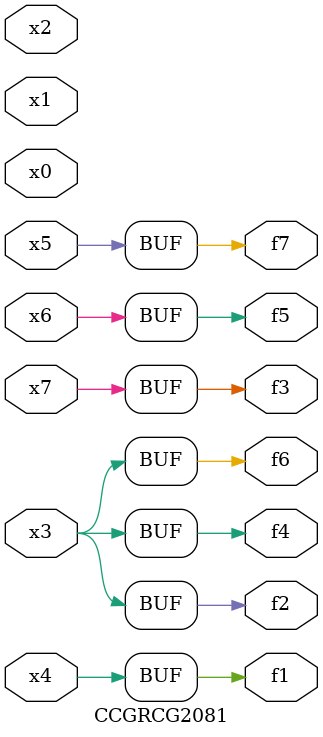
<source format=v>
module CCGRCG2081(
	input x0, x1, x2, x3, x4, x5, x6, x7,
	output f1, f2, f3, f4, f5, f6, f7
);
	assign f1 = x4;
	assign f2 = x3;
	assign f3 = x7;
	assign f4 = x3;
	assign f5 = x6;
	assign f6 = x3;
	assign f7 = x5;
endmodule

</source>
